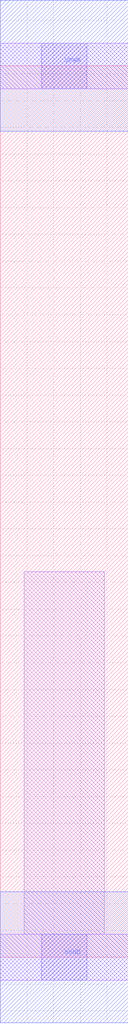
<source format=lef>
# Copyright 2020 The SkyWater PDK Authors
#
# Licensed under the Apache License, Version 2.0 (the "License");
# you may not use this file except in compliance with the License.
# You may obtain a copy of the License at
#
#     https://www.apache.org/licenses/LICENSE-2.0
#
# Unless required by applicable law or agreed to in writing, software
# distributed under the License is distributed on an "AS IS" BASIS,
# WITHOUT WARRANTIES OR CONDITIONS OF ANY KIND, either express or implied.
# See the License for the specific language governing permissions and
# limitations under the License.
#
# SPDX-License-Identifier: Apache-2.0

VERSION 5.5 ;
NAMESCASESENSITIVE ON ;
BUSBITCHARS "[]" ;
DIVIDERCHAR "/" ;
MACRO sky130_fd_sc_ls__tapvgndnovpb_1
  CLASS CORE ;
  SOURCE USER ;
  ORIGIN  0.000000  0.000000 ;
  SIZE  0.480000 BY  3.330000 ;
  SYMMETRY X Y R90 ;
  SITE unit ;
  PIN VGND
    DIRECTION INOUT ;
    SHAPE ABUTMENT ;
    USE GROUND ;
    PORT
      LAYER met1 ;
        RECT 0.000000 -0.245000 0.480000 0.245000 ;
    END
  END VGND
  PIN VPWR
    DIRECTION INOUT ;
    SHAPE ABUTMENT ;
    USE POWER ;
    PORT
      LAYER met1 ;
        RECT 0.000000 3.085000 0.480000 3.575000 ;
    END
  END VPWR
  OBS
    LAYER li1 ;
      RECT 0.000000 -0.085000 0.480000 0.085000 ;
      RECT 0.000000  3.245000 0.480000 3.415000 ;
      RECT 0.090000  0.085000 0.390000 1.440000 ;
    LAYER mcon ;
      RECT 0.155000 -0.085000 0.325000 0.085000 ;
      RECT 0.155000  3.245000 0.325000 3.415000 ;
  END
END sky130_fd_sc_ls__tapvgndnovpb_1

</source>
